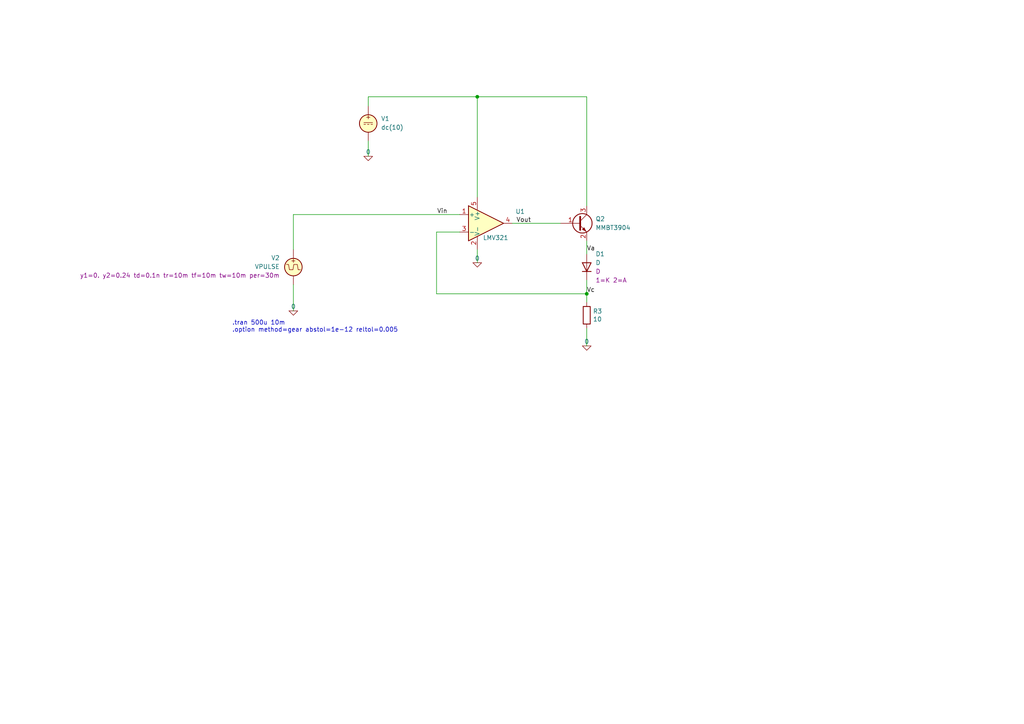
<source format=kicad_sch>
(kicad_sch (version 20230121) (generator eeschema)
  (paper "A4")
  (lib_symbols
    (symbol "Amplifier_Operational:LMV321" (pin_names (offset 0.127))
      (property "Reference" "U" (at 0 5.08 0))
      (property "Value" "LMV321" (at 0 -5.08 0))
      (symbol "LMV321_0_1"
        (polyline (pts (xy -5.08 5.08) (xy 5.08 0) (xy -5.08 -5.08) (xy -5.08 5.08)) (stroke (width 0.254)) (fill (type background)))
        (pin power_in line (at -2.54 -7.62 90) (length 3.81) (name "V-") (number "2"))
        (pin power_in line (at -2.54 7.62 270) (length 3.81) (name "V+") (number "5"))
      )
      (symbol "LMV321_1_1"
        (pin input line (at -7.62 2.54 0) (length 2.54) (name "+") (number "1"))
        (pin input line (at -7.62 -2.54 0) (length 2.54) (name "-") (number "3"))
        (pin output line (at 7.62 0 180) (length 2.54) (name "~") (number "4"))
      )
    )
    (symbol "Device:R" (pin_numbers hide) (pin_names (offset 0))
      (property "Reference" "R" (at 2.032 0 90))
      (property "Value" "R" (at 0 0 90))
      (symbol "R_0_1"
        (rectangle (start -1.016 -2.54) (end 1.016 2.54) (stroke (width 0.254)))
      )
      (symbol "R_1_1"
        (pin passive line (at 0 3.81 270) (length 1.27) (name "~") (number "1"))
        (pin passive line (at 0 -3.81 90) (length 1.27) (name "~") (number "2"))
      )
    )
    (symbol "Simulation_SPICE:0" (power) (pin_names (offset 0))
      (property "Value" "0" (at 0 -1.778 0))
      (symbol "0_0_1"
        (polyline (pts (xy -1.27 0) (xy 0 -1.27) (xy 1.27 0) (xy -1.27 0)))
      )
      (symbol "0_1_1"
        (pin power_in line (at 0 0 0) (length 0) hide (name "0") (number "1"))
      )
    )
    (symbol "Simulation_SPICE:D" (pin_numbers hide) (pin_names (offset 1.016) hide)
      (property "Reference" "D" (at 0 2.54 0))
      (property "Value" "D" (at 0 -2.54 0))
      (property "Sim.Device" "D" (at 0 0 0))
      (property "Sim.Pins" "1=K 2=A" (at 0 0 0))
      (symbol "D_0_1"
        (polyline (pts (xy -1.27 1.27) (xy -1.27 -1.27)) (stroke (width 0.254)))
        (polyline (pts (xy 1.27 0) (xy -1.27 0)))
        (polyline (pts (xy 1.27 1.27) (xy 1.27 -1.27) (xy -1.27 0) (xy 1.27 1.27)) (stroke (width 0.254)))
      )
      (symbol "D_1_1"
        (pin passive line (at -3.81 0 0) (length 2.54) (name "K") (number "1"))
        (pin passive line (at 3.81 0 180) (length 2.54) (name "A") (number "2"))
      )
    )
    (symbol "Simulation_SPICE:VDC" (pin_numbers hide) (pin_names (offset 0.0254))
      (property "Reference" "V" (at 2.54 2.54 0))
      (property "Value" "1" (at 2.54 0 0))
      (symbol "VDC_0_0"
        (polyline (pts (xy -1.27 0.254) (xy 1.27 0.254)))
        (polyline (pts (xy -0.762 -0.254) (xy -1.27 -0.254)))
        (polyline (pts (xy 0.254 -0.254) (xy -0.254 -0.254)))
        (polyline (pts (xy 1.27 -0.254) (xy 0.762 -0.254)))
        (text "+" (at 0 1.905 0) (effects (font (size 1.27 1.27))))
      )
      (symbol "VDC_0_1"
        (circle (center 0 0) (radius 2.54) (stroke (width 0.254)) (fill (type background)))
      )
      (symbol "VDC_1_1"
        (pin passive line (at 0 5.08 270) (length 2.54) (name "~") (number "1"))
        (pin passive line (at 0 -5.08 90) (length 2.54) (name "~") (number "2"))
      )
    )
    (symbol "Simulation_SPICE:VPULSE" (pin_numbers hide) (pin_names (offset 0.0254))
      (property "Reference" "V" (at 2.54 2.54 0))
      (property "Value" "VPULSE" (at 2.54 0 0))
      (property "Sim.Params" "y1=0 y2=1 td=2n tr=2n tf=2n tw=50n per=100n" (at 2.54 -2.54 0))
      (symbol "VPULSE_0_0"
        (polyline (pts (xy -2.032 -0.762) (xy -1.397 -0.762) (xy -1.143 0.762) (xy -0.127 0.762) (xy 0.127 -0.762) (xy 1.143 -0.762) (xy 1.397 0.762) (xy 2.032 0.762)))
        (text "+" (at 0 1.905 0) (effects (font (size 1.27 1.27))))
      )
      (symbol "VPULSE_0_1"
        (circle (center 0 0) (radius 2.54) (stroke (width 0.254)) (fill (type background)))
      )
      (symbol "VPULSE_1_1"
        (pin passive line (at 0 5.08 270) (length 2.54) (name "~") (number "1"))
        (pin passive line (at 0 -5.08 90) (length 2.54) (name "~") (number "2"))
      )
    )
    (symbol "Transistor_BJT:MMBT3904" (pin_names (offset 0) hide)
      (property "Reference" "Q" (at 5.08 1.905 0))
      (property "Value" "MMBT3904" (at 5.08 0 0))
      (symbol "MMBT3904_0_1"
        (polyline (pts (xy 0.635 0.635) (xy 2.54 2.54)))
        (polyline (pts (xy 0.635 -0.635) (xy 2.54 -2.54) (xy 2.54 -2.54)))
        (polyline (pts (xy 0.635 1.905) (xy 0.635 -1.905) (xy 0.635 -1.905)) (stroke (width 0.508)))
        (polyline (pts (xy 1.27 -1.778) (xy 1.778 -1.27) (xy 2.286 -2.286) (xy 1.27 -1.778) (xy 1.27 -1.778)) (fill (type outline)))
        (circle (center 1.27 0) (radius 2.8194) (stroke (width 0.254)))
      )
      (symbol "MMBT3904_1_1"
        (pin input line (at -5.08 0 0) (length 5.715) (name "B") (number "1"))
        (pin passive line (at 2.54 -5.08 90) (length 2.54) (name "E") (number "2"))
        (pin passive line (at 2.54 5.08 270) (length 2.54) (name "C") (number "3"))
      )
    )
  )
  (junction (at 138.43 28.067))
  (junction (at 170.18 85.217))
  (wire (pts (xy 138.43 28.067) (xy 138.43 57.15)))
  (wire (pts (xy 148.59 64.77) (xy 162.56 64.77)))
  (wire (pts (xy 170.18 69.85) (xy 170.18 73.66)))
  (wire (pts (xy 106.807 30.734) (xy 106.807 28.067)))
  (wire (pts (xy 170.18 95.25) (xy 170.18 100.33)))
  (wire (pts (xy 85.09 62.23) (xy 133.35 62.23)))
  (wire (pts (xy 85.09 62.23) (xy 85.09 72.39)))
  (wire (pts (xy 138.43 28.067) (xy 170.18 28.067)))
  (wire (pts (xy 106.807 40.894) (xy 106.807 45.339)))
  (wire (pts (xy 85.09 82.55) (xy 85.09 90.17)))
  (wire (pts (xy 106.807 28.067) (xy 138.43 28.067)))
  (wire (pts (xy 170.18 59.69) (xy 170.18 28.067)))
  (wire (pts (xy 170.18 85.217) (xy 170.18 87.63)))
  (wire (pts (xy 138.43 72.39) (xy 138.43 76.2)))
  (wire (pts (xy 126.619 85.217) (xy 170.18 85.217)))
  (wire (pts (xy 170.18 81.28) (xy 170.18 85.217)))
  (wire (pts (xy 126.619 67.31) (xy 133.35 67.31)))
  (wire (pts (xy 126.619 85.217) (xy 126.619 67.31)))
  (text ".tran 500u 10m \n.option method=gear abstol=1e-12 reltol=0.005" (at 67.31 96.52 0) (effects (font (size 1.27 1.27)) (justify left bottom)))
  (label "Vin" (at 126.746 62.23 0))
  (label "Vout" (at 149.733 64.77 0))
  (label "Va" (at 170.18 73.025 0))
  (label "Vc" (at 170.18 85.09 0))
  (symbol (lib_id "Simulation_SPICE:0") (at 106.807 45.339 0) (unit 1)
    (property "Reference" "#GND01" (effects hide))
    (property "Value" "0" (at 106.807 44.069 0))
  )
  (symbol (lib_id "Amplifier_Operational:LMV321") (at 140.97 64.77 0) (unit 1)
    (property "Reference" "U1" (at 150.876 61.3411 0))
    (property "Value" "LMV321" (at 143.764 68.961 0))
    (property "Datasheet" "http://www.ti.com/lit/ds/symlink/lmv324.pdf" (effects hide))
    (property "Sim.Library" "spice_libs/LMV321.MOD" (effects hide))
    (property "Sim.Name" "lMV321" (effects hide))
    (property "Sim.Device" "SUBCKT" (effects hide))
    (property "Sim.Pins" "1=3 2=5 3=2 4=6 5=4" (effects hide))
  )
  (symbol (lib_id "Device:R") (at 170.18 91.44 0) (unit 1)
    (property "Reference" "R3" (at 171.958 90.2716 0) (effects (justify left)))
    (property "Value" "10" (at 171.958 92.583 0) (effects (justify left)))
    (property "Footprint" "Resistor_SMD:R_0402_1005Metric" (effects hide))
  )
  (symbol (lib_id "Simulation_SPICE:D") (at 170.18 77.47 90) (unit 1)
    (property "Reference" "D1" (at 172.72 73.66 90) (effects (justify right)))
    (property "Value" "D" (at 172.72 76.2 90) (effects (justify right)))
    (property "Sim.Device" "D" (at 172.72 78.74 90) (effects (justify right)))
    (property "Sim.Pins" "1=K 2=A" (at 172.72 81.28 90) (effects (justify right)))
    (property "Sim.Params" "is=0.1014n rs=3.3 n=11.45" (effects hide))
  )
  (symbol (lib_id "Simulation_SPICE:VPULSE") (at 85.09 77.47 0) (mirror y) (unit 1)
    (property "Reference" "V2" (at 81.153 74.8002 0) (effects (justify left)))
    (property "Value" "VPULSE" (at 81.153 77.3402 0) (effects (justify left)))
    (property "Sim.Pins" "1=+ 2=-" (effects hide))
    (property "Sim.Type" "PULSE" (effects hide))
    (property "Sim.Device" "V" (effects hide))
    (property "Sim.Params" "y1=0. y2=0.24 td=0.1n tr=10m tf=10m tw=10m per=30m" (at 81.153 79.8802 0) (effects (justify left)))
  )
  (symbol (lib_id "Simulation_SPICE:0") (at 170.18 100.33 0) (unit 1)
    (property "Reference" "#GND04" (effects hide))
    (property "Value" "0" (at 170.18 99.06 0))
  )
  (symbol (lib_id "Simulation_SPICE:0") (at 85.09 90.17 0) (unit 1)
    (property "Reference" "#GND02" (effects hide))
    (property "Value" "0" (at 85.09 88.9 0))
  )
  (symbol (lib_id "Transistor_BJT:MMBT3904") (at 167.64 64.77 0) (unit 1)
    (property "Reference" "Q2" (at 172.72 63.5 0) (effects (justify left)))
    (property "Value" "MMBT3904" (at 172.72 66.04 0) (effects (justify left)))
    (property "Footprint" "Package_TO_SOT_SMD:SOT-23" (effects hide))
    (property "Datasheet" "https://www.onsemi.com/pdf/datasheet/pzt3904-d.pdf" (effects hide))
    (property "Sim.Library" "spice_libs/MMBT3904.spice.txt" (effects hide))
    (property "Sim.Name" "DI_MMBT3904" (effects hide))
    (property "Sim.Device" "NPN" (effects hide))
    (property "Sim.Type" "GUMMELPOON" (effects hide))
    (property "Sim.Pins" "1=B 2=E 3=C" (effects hide))
  )
  (symbol (lib_id "Simulation_SPICE:0") (at 138.43 76.2 0) (unit 1)
    (property "Reference" "#GND03" (effects hide))
    (property "Value" "0" (at 138.43 74.93 0))
  )
  (symbol (lib_id "Simulation_SPICE:VDC") (at 106.807 35.814 0) (unit 1)
    (property "Reference" "V1" (at 110.49 34.4142 0) (effects (justify left)))
    (property "Value" "dc(10)" (at 110.49 36.9542 0) (effects (justify left)))
    (property "Sim.Pins" "1=+ 2=-" (effects hide))
    (property "Sim.Type" "DC" (effects hide))
    (property "Sim.Device" "V" (effects hide))
  )
)
</source>
